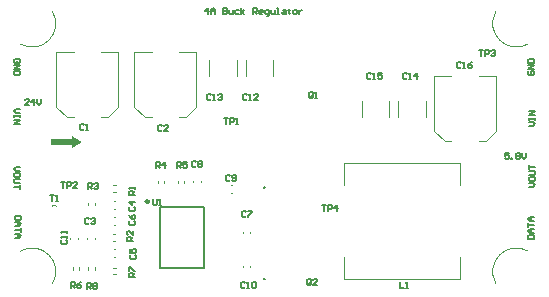
<source format=gto>
G04 Layer_Color=16777215*
%FSAX44Y44*%
%MOMM*%
G71*
G01*
G75*
%ADD23C,0.1270*%
%ADD40C,0.2500*%
%ADD41C,0.1016*%
G36*
X06937273Y08414487D02*
X06937554Y08414206D01*
X06937706Y08413839D01*
Y08413640D01*
Y08413441D01*
X06937554Y08413073D01*
X06937273Y08412792D01*
X06936906Y08412640D01*
X06936508D01*
X06936140Y08412792D01*
X06935859Y08413073D01*
X06935707Y08413441D01*
Y08413640D01*
Y08413839D01*
X06935859Y08414206D01*
X06936140Y08414487D01*
X06936508Y08414640D01*
X06936906D01*
X06937273Y08414487D01*
D02*
G37*
G36*
Y08491950D02*
X06937554Y08491669D01*
X06937706Y08491301D01*
Y08491102D01*
Y08490903D01*
X06937554Y08490536D01*
X06937273Y08490255D01*
X06936906Y08490103D01*
X06936508D01*
X06936140Y08490255D01*
X06935859Y08490536D01*
X06935707Y08490903D01*
Y08491102D01*
Y08491301D01*
X06935859Y08491669D01*
X06936140Y08491950D01*
X06936508Y08492103D01*
X06936906D01*
X06937273Y08491950D01*
D02*
G37*
G36*
X06782500Y08530000D02*
X06773750Y08525000D01*
Y08527500D01*
X06756250D01*
Y08532250D01*
X06773750D01*
Y08535000D01*
X06782500Y08530000D01*
D02*
G37*
D23*
X06848500Y08423288D02*
X06885500D01*
X06848500Y08474288D02*
X06885500D01*
Y08423288D02*
Y08474288D01*
X06848500Y08423288D02*
Y08474288D01*
X06889243Y08638213D02*
Y08643291D01*
X06886703Y08640752D01*
X06890089D01*
X06891782Y08638213D02*
Y08641599D01*
X06893475Y08643291D01*
X06895167Y08641599D01*
Y08638213D01*
Y08640752D01*
X06891782D01*
X06901938Y08643291D02*
Y08638213D01*
X06904478D01*
X06905324Y08639059D01*
Y08639905D01*
X06904478Y08640752D01*
X06901938D01*
X06904478D01*
X06905324Y08641599D01*
Y08642444D01*
X06904478Y08643291D01*
X06901938D01*
X06907017Y08641599D02*
Y08639059D01*
X06907863Y08638213D01*
X06910403D01*
Y08641599D01*
X06915481D02*
X06912942D01*
X06912095Y08640752D01*
Y08639059D01*
X06912942Y08638213D01*
X06915481D01*
X06917173D02*
Y08643291D01*
Y08639905D02*
X06919713Y08641599D01*
X06917173Y08639905D02*
X06919713Y08638213D01*
X06927330D02*
Y08643291D01*
X06929869D01*
X06930716Y08642444D01*
Y08640752D01*
X06929869Y08639905D01*
X06927330D01*
X06929023D02*
X06930716Y08638213D01*
X06934948D02*
X06933255D01*
X06932408Y08639059D01*
Y08640752D01*
X06933255Y08641599D01*
X06934948D01*
X06935794Y08640752D01*
Y08639905D01*
X06932408D01*
X06939180Y08636520D02*
X06940026D01*
X06940873Y08637366D01*
Y08641599D01*
X06938334D01*
X06937487Y08640752D01*
Y08639059D01*
X06938334Y08638213D01*
X06940873D01*
X06942565Y08641599D02*
Y08639059D01*
X06943412Y08638213D01*
X06945951D01*
Y08641599D01*
X06947644Y08638213D02*
X06949337D01*
X06948490D01*
Y08643291D01*
X06947644D01*
X06952722Y08641599D02*
X06954415D01*
X06955261Y08640752D01*
Y08638213D01*
X06952722D01*
X06951876Y08639059D01*
X06952722Y08639905D01*
X06955261D01*
X06957800Y08642444D02*
Y08641599D01*
X06956954D01*
X06958647D01*
X06957800D01*
Y08639059D01*
X06958647Y08638213D01*
X06962032D02*
X06963726D01*
X06964572Y08639059D01*
Y08640752D01*
X06963726Y08641599D01*
X06962032D01*
X06961186Y08640752D01*
Y08639059D01*
X06962032Y08638213D01*
X06966265Y08641599D02*
Y08638213D01*
Y08639905D01*
X06967111Y08640752D01*
X06967957Y08641599D01*
X06968804D01*
X06842000Y08481828D02*
Y08477596D01*
X06842847Y08476750D01*
X06844539D01*
X06845386Y08477596D01*
Y08481828D01*
X06847078Y08476750D02*
X06848771D01*
X06847925D01*
Y08481828D01*
X06847078Y08480982D01*
X06827500Y08415750D02*
X06822422D01*
Y08418289D01*
X06823268Y08419136D01*
X06824961D01*
X06825807Y08418289D01*
Y08415750D01*
Y08417443D02*
X06827500Y08419136D01*
X06822422Y08420828D02*
Y08424214D01*
X06823268D01*
X06826653Y08420828D01*
X06827500D01*
X06786629Y08405098D02*
Y08410176D01*
X06789168D01*
X06790015Y08409330D01*
Y08407637D01*
X06789168Y08406791D01*
X06786629D01*
X06788322D02*
X06790015Y08405098D01*
X06791707Y08409330D02*
X06792554Y08410176D01*
X06794246D01*
X06795093Y08409330D01*
Y08408483D01*
X06794246Y08407637D01*
X06795093Y08406791D01*
Y08405944D01*
X06794246Y08405098D01*
X06792554D01*
X06791707Y08405944D01*
Y08406791D01*
X06792554Y08407637D01*
X06791707Y08408483D01*
Y08409330D01*
X06792554Y08407637D02*
X06794246D01*
X06773000Y08406165D02*
Y08411243D01*
X06775539D01*
X06776385Y08410397D01*
Y08408704D01*
X06775539Y08407858D01*
X06773000D01*
X06774693D02*
X06776385Y08406165D01*
X06781464Y08411243D02*
X06779771Y08410397D01*
X06778078Y08408704D01*
Y08407011D01*
X06778925Y08406165D01*
X06780618D01*
X06781464Y08407011D01*
Y08407858D01*
X06780618Y08408704D01*
X06778078D01*
X06825500Y08446000D02*
X06820422D01*
Y08448539D01*
X06821268Y08449385D01*
X06822961D01*
X06823807Y08448539D01*
Y08446000D01*
Y08447693D02*
X06825500Y08449385D01*
Y08454464D02*
Y08451078D01*
X06822114Y08454464D01*
X06821268D01*
X06820422Y08453618D01*
Y08451925D01*
X06821268Y08451078D01*
X06862874Y08507370D02*
Y08512448D01*
X06865413D01*
X06866259Y08511602D01*
Y08509909D01*
X06865413Y08509062D01*
X06862874D01*
X06864566D02*
X06866259Y08507370D01*
X06871337Y08512448D02*
X06867952D01*
Y08509909D01*
X06869645Y08510756D01*
X06870491D01*
X06871337Y08509909D01*
Y08508217D01*
X06870491Y08507370D01*
X06868798D01*
X06867952Y08508217D01*
X06845275Y08507370D02*
Y08512448D01*
X06847814D01*
X06848660Y08511602D01*
Y08509909D01*
X06847814Y08509062D01*
X06845275D01*
X06846968D02*
X06848660Y08507370D01*
X06852892D02*
Y08512448D01*
X06850353Y08509909D01*
X06853739D01*
X06827000Y08485250D02*
X06821922D01*
Y08487789D01*
X06822768Y08488636D01*
X06824461D01*
X06825307Y08487789D01*
Y08485250D01*
Y08486943D02*
X06827000Y08488636D01*
Y08490328D02*
Y08492021D01*
Y08491175D01*
X06821922D01*
X06822768Y08490328D01*
X06787250Y08490208D02*
Y08495286D01*
X06789789D01*
X06790635Y08494440D01*
Y08492747D01*
X06789789Y08491900D01*
X06787250D01*
X06788943D02*
X06790635Y08490208D01*
X06792328Y08494440D02*
X06793175Y08495286D01*
X06794868D01*
X06795714Y08494440D01*
Y08493593D01*
X06794868Y08492747D01*
X06794021D01*
X06794868D01*
X06795714Y08491900D01*
Y08491054D01*
X06794868Y08490208D01*
X06793175D01*
X06792328Y08491054D01*
X06976136Y08409346D02*
Y08412732D01*
X06975289Y08413578D01*
X06973596D01*
X06972750Y08412732D01*
Y08409346D01*
X06973596Y08408500D01*
X06975289D01*
X06974443Y08410193D02*
X06976136Y08408500D01*
X06975289D02*
X06976136Y08409346D01*
X06981214Y08408500D02*
X06977828D01*
X06981214Y08411885D01*
Y08412732D01*
X06980367Y08413578D01*
X06978675D01*
X06977828Y08412732D01*
X06978135Y08567938D02*
Y08571323D01*
X06977289Y08572170D01*
X06975596D01*
X06974750Y08571323D01*
Y08567938D01*
X06975596Y08567091D01*
X06977289D01*
X06976443Y08568784D02*
X06978135Y08567091D01*
X06977289D02*
X06978135Y08567938D01*
X06979828Y08567091D02*
X06981521D01*
X06980675D01*
Y08572170D01*
X06979828Y08571323D01*
X07051542Y08410828D02*
Y08405750D01*
X07054928D01*
X07056621D02*
X07058314D01*
X07057467D01*
Y08410828D01*
X07056621Y08409982D01*
X07103445Y08596982D02*
X07102599Y08597828D01*
X07100906D01*
X07100060Y08596982D01*
Y08593596D01*
X07100906Y08592750D01*
X07102599D01*
X07103445Y08593596D01*
X07105139Y08592750D02*
X07106831D01*
X07105984D01*
Y08597828D01*
X07105139Y08596982D01*
X07112756Y08597828D02*
X07111063Y08596982D01*
X07109370Y08595289D01*
Y08593596D01*
X07110217Y08592750D01*
X07111910D01*
X07112756Y08593596D01*
Y08594443D01*
X07111910Y08595289D01*
X07109370D01*
X06783885Y08543982D02*
X06783039Y08544828D01*
X06781346D01*
X06780500Y08543982D01*
Y08540596D01*
X06781346Y08539750D01*
X06783039D01*
X06783885Y08540596D01*
X06785579Y08539750D02*
X06787271D01*
X06786425D01*
Y08544828D01*
X06785579Y08543982D01*
X06891636Y08569158D02*
X06890789Y08570005D01*
X06889097D01*
X06888250Y08569158D01*
Y08565773D01*
X06889097Y08564927D01*
X06890789D01*
X06891636Y08565773D01*
X06893328Y08564927D02*
X06895021D01*
X06894175D01*
Y08570005D01*
X06893328Y08569158D01*
X06897560D02*
X06898407Y08570005D01*
X06900099D01*
X06900946Y08569158D01*
Y08568312D01*
X06900099Y08567466D01*
X06899253D01*
X06900099D01*
X06900946Y08566619D01*
Y08565773D01*
X06900099Y08564927D01*
X06898407D01*
X06897560Y08565773D01*
X06921885Y08569158D02*
X06921039Y08570005D01*
X06919346D01*
X06918500Y08569158D01*
Y08565773D01*
X06919346Y08564927D01*
X06921039D01*
X06921885Y08565773D01*
X06923578Y08564927D02*
X06925271D01*
X06924425D01*
Y08570005D01*
X06923578Y08569158D01*
X06931196Y08564927D02*
X06927810D01*
X06931196Y08568312D01*
Y08569158D01*
X06930350Y08570005D01*
X06928657D01*
X06927810Y08569158D01*
X06765225Y08446385D02*
X06764379Y08445539D01*
Y08443846D01*
X06765225Y08443000D01*
X06768611D01*
X06769457Y08443846D01*
Y08445539D01*
X06768611Y08446385D01*
X06769457Y08448079D02*
Y08449771D01*
Y08448925D01*
X06764379D01*
X06765225Y08448079D01*
X06769457Y08452310D02*
Y08454003D01*
Y08453157D01*
X06764379D01*
X06765225Y08452310D01*
X06920135Y08409982D02*
X06919289Y08410828D01*
X06917596D01*
X06916750Y08409982D01*
Y08406597D01*
X06917596Y08405750D01*
X06919289D01*
X06920135Y08406597D01*
X06921828Y08405750D02*
X06923521D01*
X06922675D01*
Y08410828D01*
X06921828Y08409982D01*
X06926060D02*
X06926907Y08410828D01*
X06928599D01*
X06929446Y08409982D01*
Y08406597D01*
X06928599Y08405750D01*
X06926907D01*
X06926060Y08406597D01*
Y08409982D01*
X06921385Y08470232D02*
X06920539Y08471078D01*
X06918846D01*
X06918000Y08470232D01*
Y08466846D01*
X06918846Y08466000D01*
X06920539D01*
X06921385Y08466846D01*
X06923079Y08471078D02*
X06926464D01*
Y08470232D01*
X06923079Y08466846D01*
Y08466000D01*
X06907686Y08500870D02*
X06906840Y08501716D01*
X06905147D01*
X06904301Y08500870D01*
Y08497484D01*
X06905147Y08496638D01*
X06906840D01*
X06907686Y08497484D01*
X06909379D02*
X06910225Y08496638D01*
X06911918D01*
X06912764Y08497484D01*
Y08500870D01*
X06911918Y08501716D01*
X06910225D01*
X06909379Y08500870D01*
Y08500024D01*
X06910225Y08499177D01*
X06912764D01*
X06788135Y08464482D02*
X06787289Y08465328D01*
X06785596D01*
X06784750Y08464482D01*
Y08461096D01*
X06785596Y08460250D01*
X06787289D01*
X06788135Y08461096D01*
X06789828Y08464482D02*
X06790675Y08465328D01*
X06792368D01*
X06793214Y08464482D01*
Y08463636D01*
X06792368Y08462789D01*
X06791521D01*
X06792368D01*
X06793214Y08461943D01*
Y08461096D01*
X06792368Y08460250D01*
X06790675D01*
X06789828Y08461096D01*
X06878915Y08512602D02*
X06878069Y08513448D01*
X06876376D01*
X06875530Y08512602D01*
Y08509216D01*
X06876376Y08508370D01*
X06878069D01*
X06878915Y08509216D01*
X06880609Y08512602D02*
X06881455Y08513448D01*
X06883148D01*
X06883994Y08512602D01*
Y08511755D01*
X06883148Y08510909D01*
X06883994Y08510063D01*
Y08509216D01*
X06883148Y08508370D01*
X06881455D01*
X06880609Y08509216D01*
Y08510063D01*
X06881455Y08510909D01*
X06880609Y08511755D01*
Y08512602D01*
X06881455Y08510909D02*
X06883148D01*
X06823018Y08474886D02*
X06822172Y08474039D01*
Y08472346D01*
X06823018Y08471500D01*
X06826404D01*
X06827250Y08472346D01*
Y08474039D01*
X06826404Y08474886D01*
X06827250Y08479117D02*
X06822172D01*
X06824711Y08476578D01*
Y08479964D01*
X06822518Y08462886D02*
X06821672Y08462039D01*
Y08460347D01*
X06822518Y08459500D01*
X06825903D01*
X06826750Y08460347D01*
Y08462039D01*
X06825903Y08462886D01*
X06821672Y08467964D02*
X06822518Y08466271D01*
X06824211Y08464578D01*
X06825903D01*
X06826750Y08465425D01*
Y08467117D01*
X06825903Y08467964D01*
X06825057D01*
X06824211Y08467117D01*
Y08464578D01*
X06823854Y08434385D02*
X06823007Y08433539D01*
Y08431846D01*
X06823854Y08431000D01*
X06827239D01*
X06828086Y08431846D01*
Y08433539D01*
X06827239Y08434385D01*
X06823007Y08439464D02*
Y08436078D01*
X06825546D01*
X06824700Y08437771D01*
Y08438618D01*
X06825546Y08439464D01*
X06827239D01*
X06828086Y08438618D01*
Y08436925D01*
X06827239Y08436078D01*
X07057635Y08587482D02*
X07056789Y08588328D01*
X07055096D01*
X07054250Y08587482D01*
Y08584097D01*
X07055096Y08583250D01*
X07056789D01*
X07057635Y08584097D01*
X07059329Y08583250D02*
X07061021D01*
X07060175D01*
Y08588328D01*
X07059329Y08587482D01*
X07066099Y08583250D02*
Y08588328D01*
X07063560Y08585789D01*
X07066946D01*
X07027136Y08586982D02*
X07026289Y08587828D01*
X07024597D01*
X07023750Y08586982D01*
Y08583596D01*
X07024597Y08582750D01*
X07026289D01*
X07027136Y08583596D01*
X07028828Y08582750D02*
X07030521D01*
X07029675D01*
Y08587828D01*
X07028828Y08586982D01*
X07036446Y08587828D02*
X07033060D01*
Y08585289D01*
X07034753Y08586136D01*
X07035599D01*
X07036446Y08585289D01*
Y08583596D01*
X07035599Y08582750D01*
X07033907D01*
X07033060Y08583596D01*
X06850135Y08543482D02*
X06849289Y08544329D01*
X06847596D01*
X06846750Y08543482D01*
Y08540096D01*
X06847596Y08539250D01*
X06849289D01*
X06850135Y08540096D01*
X06855214Y08539250D02*
X06851829D01*
X06855214Y08542635D01*
Y08543482D01*
X06854368Y08544329D01*
X06852675D01*
X06851829Y08543482D01*
X06902530Y08550078D02*
X06905916D01*
X06904223D01*
Y08545000D01*
X06907609D02*
Y08550078D01*
X06910148D01*
X06910994Y08549232D01*
Y08547539D01*
X06910148Y08546693D01*
X06907609D01*
X06912687Y08545000D02*
X06914379D01*
X06913533D01*
Y08550078D01*
X06912687Y08549232D01*
X06755108Y08484423D02*
X06758494D01*
X06756801D01*
Y08479344D01*
X06760186D02*
X06761879D01*
X06761033D01*
Y08484423D01*
X06760186Y08483576D01*
X06985335Y08476746D02*
X06988721D01*
X06987028D01*
Y08471667D01*
X06990413D02*
Y08476746D01*
X06992953D01*
X06993799Y08475899D01*
Y08474207D01*
X06992953Y08473360D01*
X06990413D01*
X06998031Y08471667D02*
Y08476746D01*
X06995492Y08474207D01*
X06998878D01*
X06764750Y08495420D02*
X06768135D01*
X06766443D01*
Y08490342D01*
X06769828D02*
Y08495420D01*
X06772368D01*
X06773214Y08494574D01*
Y08492881D01*
X06772368Y08492034D01*
X06769828D01*
X06778292Y08490342D02*
X06774907D01*
X06778292Y08493727D01*
Y08494574D01*
X06777446Y08495420D01*
X06775753D01*
X06774907Y08494574D01*
X07118250Y08607328D02*
X07121636D01*
X07119943D01*
Y08602250D01*
X07123328D02*
Y08607328D01*
X07125867D01*
X07126714Y08606482D01*
Y08604789D01*
X07125867Y08603943D01*
X07123328D01*
X07128407Y08606482D02*
X07129253Y08607328D01*
X07130946D01*
X07131793Y08606482D01*
Y08605635D01*
X07130946Y08604789D01*
X07130099D01*
X07130946D01*
X07131793Y08603943D01*
Y08603096D01*
X07130946Y08602250D01*
X07129253D01*
X07128407Y08603096D01*
X06728732Y08596364D02*
X06729578Y08597211D01*
Y08598904D01*
X06728732Y08599750D01*
X06725347D01*
X06724500Y08598904D01*
Y08597211D01*
X06725347Y08596364D01*
X06727039D01*
Y08598057D01*
X06724500Y08594672D02*
X06729578D01*
X06724500Y08591286D01*
X06729578D01*
Y08589594D02*
X06724500D01*
Y08587054D01*
X06725347Y08586208D01*
X06728732D01*
X06729578Y08587054D01*
Y08589594D01*
X06729828Y08557250D02*
X06726443D01*
X06724750Y08555557D01*
X06726443Y08553864D01*
X06729828D01*
Y08552172D02*
Y08550479D01*
Y08551325D01*
X06724750D01*
Y08552172D01*
Y08550479D01*
Y08547939D02*
X06729828D01*
X06724750Y08544554D01*
X06729828D01*
X07160922Y08491192D02*
X07164307D01*
X07166000Y08492885D01*
X07164307Y08494578D01*
X07160922D01*
Y08498809D02*
Y08497117D01*
X07161768Y08496270D01*
X07165154D01*
X07166000Y08497117D01*
Y08498809D01*
X07165154Y08499656D01*
X07161768D01*
X07160922Y08498809D01*
Y08501349D02*
X07165154D01*
X07166000Y08502195D01*
Y08503888D01*
X07165154Y08504734D01*
X07160922D01*
Y08506427D02*
Y08509813D01*
Y08508120D01*
X07166000D01*
X06730176Y08466644D02*
X06725098D01*
Y08464105D01*
X06725944Y08463259D01*
X06729330D01*
X06730176Y08464105D01*
Y08466644D01*
X06725098Y08461566D02*
X06728483D01*
X06730176Y08459873D01*
X06728483Y08458181D01*
X06725098D01*
X06727637D01*
Y08461566D01*
X06730176Y08456487D02*
Y08453102D01*
Y08454795D01*
X06725098D01*
Y08451409D02*
X06728483D01*
X06730176Y08449717D01*
X06728483Y08448024D01*
X06725098D01*
X06727637D01*
Y08451409D01*
X07160518Y08589636D02*
X07159672Y08588789D01*
Y08587097D01*
X07160518Y08586250D01*
X07163904D01*
X07164750Y08587097D01*
Y08588789D01*
X07163904Y08589636D01*
X07162211D01*
Y08587943D01*
X07164750Y08591328D02*
X07159672D01*
X07164750Y08594714D01*
X07159672D01*
Y08596407D02*
X07164750D01*
Y08598946D01*
X07163904Y08599792D01*
X07160518D01*
X07159672Y08598946D01*
Y08596407D01*
X07160172Y08447500D02*
X07165250D01*
Y08450039D01*
X07164404Y08450886D01*
X07161018D01*
X07160172Y08450039D01*
Y08447500D01*
X07165250Y08452578D02*
X07161865D01*
X07160172Y08454271D01*
X07161865Y08455964D01*
X07165250D01*
X07162711D01*
Y08452578D01*
X07160172Y08457657D02*
Y08461042D01*
Y08459349D01*
X07165250D01*
Y08462735D02*
X07161865D01*
X07160172Y08464428D01*
X07161865Y08466121D01*
X07165250D01*
X07162711D01*
Y08462735D01*
X06737635Y08560750D02*
X06734250D01*
X06737635Y08564136D01*
Y08564982D01*
X06736789Y08565828D01*
X06735096D01*
X06734250Y08564982D01*
X06741868Y08560750D02*
Y08565828D01*
X06739329Y08563289D01*
X06742714D01*
X06744407Y08565828D02*
Y08562443D01*
X06746099Y08560750D01*
X06747792Y08562443D01*
Y08565828D01*
X07143386Y08520328D02*
X07140000D01*
Y08517789D01*
X07141693Y08518636D01*
X07142539D01*
X07143386Y08517789D01*
Y08516096D01*
X07142539Y08515250D01*
X07140847D01*
X07140000Y08516096D01*
X07145078Y08515250D02*
Y08516096D01*
X07145925D01*
Y08515250D01*
X07145078D01*
X07149310Y08519482D02*
X07150157Y08520328D01*
X07151849D01*
X07152696Y08519482D01*
Y08518636D01*
X07151849Y08517789D01*
X07152696Y08516943D01*
Y08516096D01*
X07151849Y08515250D01*
X07150157D01*
X07149310Y08516096D01*
Y08516943D01*
X07150157Y08517789D01*
X07149310Y08518636D01*
Y08519482D01*
X07150157Y08517789D02*
X07151849D01*
X07154388Y08520328D02*
Y08516943D01*
X07156082Y08515250D01*
X07157774Y08516943D01*
Y08520328D01*
X06729578Y08508787D02*
X06726193D01*
X06724500Y08507094D01*
X06726193Y08505401D01*
X06729578D01*
Y08501169D02*
Y08502862D01*
X06728732Y08503708D01*
X06725347D01*
X06724500Y08502862D01*
Y08501169D01*
X06725347Y08500322D01*
X06728732D01*
X06729578Y08501169D01*
Y08498630D02*
X06725347D01*
X06724500Y08497783D01*
Y08496091D01*
X06725347Y08495244D01*
X06729578D01*
Y08493552D02*
Y08490166D01*
Y08491859D01*
X06724500D01*
X07160672Y08543000D02*
X07164057D01*
X07165750Y08544693D01*
X07164057Y08546385D01*
X07160672D01*
Y08548079D02*
Y08549771D01*
Y08548925D01*
X07165750D01*
Y08548079D01*
Y08549771D01*
Y08552310D02*
X07160672D01*
X07165750Y08555696D01*
X07160672D01*
D40*
X06838750Y08479288D02*
G03*
X06838750Y08479288I-00001250J00000000D01*
G01*
D41*
X06760814Y08474500D02*
G03*
X06756750Y08474500I-00002032J-00000147D01*
G01*
X06730000Y08612679D02*
G03*
X06757321Y08640000I00010000J00017320D01*
G01*
X07132679D02*
G03*
X07160000Y08612679I00017320J-00010000D01*
G01*
X07160000Y08437321D02*
G03*
X07132679Y08410000I-00010000J-00017320D01*
G01*
X06757321D02*
G03*
X06730000Y08437321I-00017320J00010000D01*
G01*
X06792958Y08421458D02*
Y08423458D01*
X06787457Y08421458D02*
Y08423458D01*
X06808750Y08417750D02*
X06810750D01*
X06808750Y08423250D02*
X06810750D01*
X06779915Y08421458D02*
Y08423458D01*
X06774415Y08421458D02*
Y08423458D01*
X06868958Y08494580D02*
Y08496580D01*
X06863458Y08494580D02*
Y08496580D01*
X06851750Y08494580D02*
Y08496580D01*
X06846250Y08494580D02*
Y08496580D01*
X06792958Y08476000D02*
Y08478000D01*
X06787457Y08476000D02*
Y08478000D01*
X06808250Y08451793D02*
X06810250D01*
X06808250Y08446293D02*
X06810250D01*
X06808750Y08492920D02*
X06810750D01*
X06808750Y08487420D02*
X06810750D01*
X07004128Y08512000D02*
X07102128D01*
X07004128Y08414000D02*
X07102128D01*
X07004128Y08493258D02*
Y08512000D01*
X07102128Y08493258D02*
Y08512000D01*
X07004128Y08414000D02*
Y08432742D01*
X07102128Y08414000D02*
Y08432742D01*
X07089227Y08530250D02*
X07094977D01*
X07080477Y08539000D02*
X07089227Y08530250D01*
X07124227D02*
X07132977Y08539000D01*
X07118478Y08530250D02*
X07124227D01*
X07080477Y08539000D02*
Y08585250D01*
X07094977D01*
X07118478D02*
X07132977D01*
Y08539000D02*
Y08585250D01*
X07042452Y08551000D02*
Y08564000D01*
X07018953Y08551000D02*
Y08564000D01*
X07073495Y08551000D02*
Y08564000D01*
X07049995Y08551000D02*
Y08564000D01*
X06913168Y08585750D02*
Y08598750D01*
X06889667Y08585750D02*
Y08598750D01*
X06944210Y08585750D02*
Y08598750D01*
X06920710Y08585750D02*
Y08598750D01*
X06778915Y08447500D02*
Y08448500D01*
X06772415Y08447500D02*
Y08448500D01*
X06918250Y08423750D02*
Y08424750D01*
X06924750Y08423750D02*
Y08424750D01*
X06908250Y08493330D02*
X06909250D01*
X06908250Y08486830D02*
X06909250D01*
X06876500Y08495580D02*
Y08496580D01*
X06883000Y08495580D02*
Y08496580D01*
X06918250Y08452288D02*
Y08453288D01*
X06924750Y08452288D02*
Y08453288D01*
X06809250Y08465835D02*
X06810250D01*
X06809250Y08459335D02*
X06810250D01*
X06809250Y08432250D02*
X06810250D01*
X06809250Y08438750D02*
X06810250D01*
X06809250Y08479877D02*
X06810250D01*
X06809250Y08473378D02*
X06810250D01*
X06792958Y08447500D02*
Y08448500D01*
X06786458Y08447500D02*
Y08448500D01*
X06835375Y08550500D02*
X06841125D01*
X06826625Y08559250D02*
X06835375Y08550500D01*
X06870375D02*
X06879125Y08559250D01*
X06864625Y08550500D02*
X06870375D01*
X06826625Y08559250D02*
Y08605500D01*
X06841125D01*
X06864625D02*
X06879125D01*
Y08559250D02*
Y08605500D01*
X06769332Y08550750D02*
X06775082D01*
X06760582Y08559500D02*
X06769332Y08550750D01*
X06804332D02*
X06813082Y08559500D01*
X06798583Y08550750D02*
X06804332D01*
X06760582Y08559500D02*
Y08605750D01*
X06775082D01*
X06798583D02*
X06813082D01*
Y08559500D02*
Y08605750D01*
M02*

</source>
